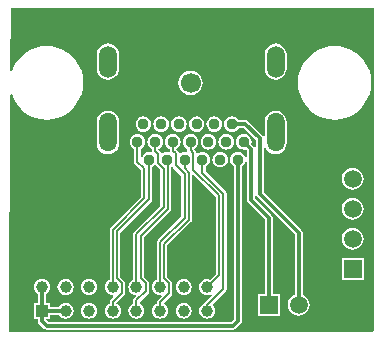
<source format=gtl>
%FSTAX25Y25*%
%MOIN*%
%SFA1B1*%

%IPPOS*%
%ADD10C,0.012000*%
%ADD11C,0.007000*%
%ADD13C,0.066930*%
%ADD14C,0.037400*%
%ADD15O,0.059060X0.106300*%
%ADD16O,0.059060X0.129920*%
%ADD17R,0.059060X0.059060*%
%ADD18C,0.059060*%
%ADD19R,0.039370X0.039370*%
%ADD20C,0.039370*%
%ADD21R,0.059060X0.059060*%
%LNhdmi_breakout_pcb_v02-1*%
%LPD*%
G36*
X0323Y0385153D02*
X0322538Y0384962D01*
X03225Y0385*
X0201854*
X0201502Y0385354*
X0201866Y0464071*
X0202357Y0464168*
X0203075Y0462433*
X020408Y0460793*
X020533Y045933*
X0206793Y045808*
X0208433Y0457075*
X0210211Y0456339*
X0212082Y045589*
X0214Y0455739*
X0215918Y045589*
X0217789Y0456339*
X0219567Y0457075*
X0221207Y045808*
X022267Y045933*
X022392Y0460793*
X0224925Y0462433*
X0225661Y0464211*
X0226111Y0466082*
X0226261Y0468*
X0226111Y0469918*
X0225661Y0471789*
X0224925Y0473567*
X022392Y0475207*
X022267Y047667*
X0221207Y047792*
X0219567Y0478925*
X0217789Y0479661*
X0215918Y0480111*
X0214Y0480261*
X0212082Y0480111*
X0210211Y0479661*
X0208433Y0478925*
X0206793Y047792*
X020533Y047667*
X020408Y0475207*
X0203075Y0473567*
X0202393Y047192*
X0201903Y0472019*
X0202Y0493*
X0323*
Y0385153*
G37*
%LNhdmi_breakout_pcb_v02-2*%
%LPC*%
G36*
X0316Y0429684D02*
X0315046Y0429559D01*
X0314158Y0429191*
X0313395Y0428605*
X0312809Y0427842*
X0312441Y0426954*
X0312316Y0426*
X0312441Y0425046*
X0312809Y0424158*
X0313395Y0423395*
X0314158Y0422809*
X0315046Y0422441*
X0316Y0422316*
X0316954Y0422441*
X0317842Y0422809*
X0318605Y0423395*
X0319191Y0424158*
X0319559Y0425046*
X0319684Y0426*
X0319559Y0426954*
X0319191Y0427842*
X0318605Y0428605*
X0317842Y0429191*
X0316954Y0429559*
X0316Y0429684*
G37*
G36*
Y0419684D02*
X0315046Y0419559D01*
X0314158Y0419191*
X0313395Y0418605*
X0312809Y0417842*
X0312441Y0416954*
X0312316Y0416*
X0312441Y0415046*
X0312809Y0414158*
X0313395Y0413395*
X0314158Y0412809*
X0315046Y0412441*
X0316Y0412316*
X0316954Y0412441*
X0317842Y0412809*
X0318605Y0413395*
X0319191Y0414158*
X0319559Y0415046*
X0319684Y0416*
X0319559Y0416954*
X0319191Y0417842*
X0318605Y0418605*
X0317842Y0419191*
X0316954Y0419559*
X0316Y0419684*
G37*
G36*
Y0439684D02*
X0315046Y0439559D01*
X0314158Y0439191*
X0313395Y0438605*
X0312809Y0437842*
X0312441Y0436954*
X0312316Y0436*
X0312441Y0435046*
X0312809Y0434158*
X0313395Y0433395*
X0314158Y0432809*
X0315046Y0432441*
X0316Y0432316*
X0316954Y0432441*
X0317842Y0432809*
X0318605Y0433395*
X0319191Y0434158*
X0319559Y0435046*
X0319684Y0436*
X0319559Y0436954*
X0319191Y0437842*
X0318605Y0438605*
X0317842Y0439191*
X0316954Y0439559*
X0316Y0439684*
G37*
G36*
X0262Y0450907D02*
X0261329Y0450819D01*
X0260704Y045056*
X0260167Y0450148*
X0259755Y0449611*
X0259496Y0448986*
X0259408Y0448315*
X0259496Y0447644*
X0259755Y0447019*
X0260167Y0446482*
X0260704Y044607*
X0260929Y0445977*
Y04455*
X0260935Y0445474*
X0260767Y044507*
X026063Y0444923*
X0260032Y0445002*
X0259361Y0444913*
X0258735Y0444654*
X025854Y0444504*
X0258072Y044468*
X0258035Y0444864*
X0257803Y0445211*
X0257165Y0445849*
Y0445977*
X025739Y044607*
X0257927Y0446482*
X0258339Y0447019*
X0258598Y0447644*
X0258687Y0448315*
X0258598Y0448986*
X0258339Y0449611*
X0257927Y0450148*
X025739Y045056*
X0256765Y0450819*
X0256094Y0450907*
X0255423Y0450819*
X0254798Y045056*
X0254261Y0450148*
X0253849Y0449611*
X025359Y0448986*
X0253502Y0448315*
X025359Y0447644*
X0253849Y0447019*
X0254261Y0446482*
X0254798Y044607*
X0255024Y0445977*
Y0445406*
X0255047Y044529*
X0254705Y0444925*
X0254126Y0445002*
X0253455Y0444913*
X025283Y0444654*
X0252618Y0444492*
X025215Y0444668*
X025213Y0444769*
X0251898Y0445117*
X025126Y0445754*
Y0445977*
X0251485Y044607*
X0252022Y0446482*
X0252434Y0447019*
X0252693Y0447644*
X0252781Y0448315*
X0252693Y0448986*
X0252434Y0449611*
X0252022Y0450148*
X0251485Y045056*
X025086Y0450819*
X0250189Y0450907*
X0249518Y0450819*
X0248893Y045056*
X0248356Y0450148*
X0247944Y0449611*
X0247685Y0448986*
X0247597Y0448315*
X0247685Y0447644*
X0247944Y0447019*
X0248356Y0446482*
X0248893Y044607*
X0249118Y0445977*
Y0445311*
X0249122Y0445293*
X024878Y0444928*
X024822Y0445002*
X024755Y0444913*
X0246924Y0444654*
X0246387Y0444242*
X0245975Y0443706*
X0245844Y0443389*
X0245354Y0443487*
Y0445977*
X024558Y044607*
X0246116Y0446482*
X0246528Y0447019*
X0246787Y0447644*
X0246876Y0448315*
X0246787Y0448986*
X0246528Y0449611*
X0246116Y0450148*
X024558Y045056*
X0244954Y0450819*
X0244283Y0450907*
X0243613Y0450819*
X0242987Y045056*
X024245Y0450148*
X0242038Y0449611*
X0241779Y0448986*
X0241691Y0448315*
X0241779Y0447644*
X0242038Y0447019*
X024245Y0446482*
X0242987Y044607*
X0243213Y0445977*
Y0441717*
X0243294Y0441307*
X0243526Y044096*
X0245429Y0439057*
Y0429944*
X0235306Y041982*
X0235074Y0419473*
X0234992Y0419063*
Y0402382*
X0234717Y0402268*
X023416Y040184*
X0233732Y0401283*
X0233463Y0400634*
X0233371Y0399937*
X0233463Y039924*
X0233732Y0398591*
X023416Y0398034*
X0234717Y0397606*
X0235366Y0397337*
X0236063Y0397246*
X0236141Y0396655*
X0235306Y039582*
X0235074Y0395473*
X0234992Y0395063*
Y0394508*
X0234717Y0394394*
X023416Y0393966*
X0233732Y0393409*
X0233463Y039276*
X0233371Y0392063*
X0233463Y0391366*
X0233732Y0390717*
X023416Y039016*
X0234717Y0389732*
X0235366Y0389463*
X0236063Y0389371*
X023676Y0389463*
X0237409Y0389732*
X0237966Y039016*
X0238394Y0390717*
X0238663Y0391366*
X0238755Y0392063*
X0238663Y039276*
X0238394Y0393409*
X0237966Y0393966*
X0237409Y0394394*
X0237134Y0394508*
Y0394619*
X0239839Y0397324*
X0240071Y0397672*
X0240152Y0398081*
Y0398082*
Y0401187*
X0240071Y0401597*
X0239839Y0401944*
X0238534Y0403249*
Y041804*
X0248977Y0428483*
X0249209Y0428831*
X0249291Y0429241*
Y0440071*
X0249517Y0440164*
X0250053Y0440576*
X0250383Y0440508*
X0251929Y0438962*
Y0426943*
X024318Y0418194*
X0242948Y0417847*
X0242866Y0417437*
Y0402382*
X0242591Y0402268*
X0242034Y040184*
X0241606Y0401283*
X0241337Y0400634*
X0241246Y0399937*
X0241337Y039924*
X0241606Y0398591*
X0242034Y0398034*
X0242591Y0397606*
X024324Y0397337*
X0243637Y0397285*
X0243797Y0396812*
X024318Y0396194*
X0242948Y0395847*
X0242866Y0395437*
Y0394508*
X0242591Y0394394*
X0242034Y0393966*
X0241606Y0393409*
X0241337Y039276*
X0241246Y0392063*
X0241337Y0391366*
X0241606Y0390717*
X0242034Y039016*
X0242591Y0389732*
X024324Y0389463*
X0243937Y0389371*
X0244634Y0389463*
X0245283Y0389732*
X024584Y039016*
X0246268Y0390717*
X0246537Y0391366*
X0246628Y0392063*
X0246537Y039276*
X0246268Y0393409*
X024584Y0393966*
X0245283Y0394394*
X0245008Y0394508*
Y0394994*
X0247757Y0397743*
X0247989Y039809*
X0248071Y03985*
Y0401143*
X0247989Y0401552*
X0247757Y04019*
X0246408Y0403249*
Y0416414*
X0255157Y0425163*
X0255389Y042551*
X0255471Y042592*
Y0439884*
X0255882Y0440168*
X0256045Y0440107*
X0256057Y0440044*
X0256289Y0439697*
X0258929Y0437057*
Y0423443*
X0251054Y0415568*
X0250822Y0415221*
X025074Y0414811*
Y0402382*
X0250465Y0402268*
X0249908Y040184*
X024948Y0401283*
X0249211Y0400634*
X0249119Y0399937*
X0249211Y039924*
X024948Y0398591*
X0249908Y0398034*
X0250465Y0397606*
X0251114Y0397337*
X0251811Y0397246*
X02521Y0397284*
X0252321Y0396835*
X0251054Y0395568*
X0250822Y0395221*
X025074Y0394811*
Y0394508*
X0250465Y0394394*
X0249908Y0393966*
X024948Y0393409*
X0249211Y039276*
X0249119Y0392063*
X0249211Y0391366*
X024948Y0390717*
X0249908Y039016*
X0250465Y0389732*
X0251114Y0389463*
X0251811Y0389371*
X0252508Y0389463*
X0253157Y0389732*
X0253714Y039016*
X0254142Y0390717*
X0254411Y0391366*
X0254503Y0392063*
X0254411Y039276*
X0254142Y0393409*
X0253714Y0393966*
X0253157Y0394394*
X0253116Y0394601*
X0255587Y0397073*
X0255819Y039742*
X02559Y039783*
Y0401187*
X0255819Y0401597*
X0255587Y0401944*
X0254282Y0403249*
Y0413788*
X0262157Y0421663*
X0262389Y042201*
X0262471Y042242*
Y0437362*
X0262932Y0437554*
X0270429Y0430056*
Y0404321*
X0268531Y0402423*
X0268256Y0402537*
X0267559Y0402629*
X0266862Y0402537*
X0266213Y0402268*
X0265656Y040184*
X0265228Y0401283*
X0264959Y0400634*
X0264867Y0399937*
X0264959Y039924*
X0265228Y0398591*
X0265656Y0398034*
X0266213Y0397606*
X0266862Y0397337*
X0267559Y0397246*
X0268256Y0397337*
X0268894Y0397602*
X0269172Y0397186*
X0266802Y0394816*
X0266637Y039457*
X0266213Y0394394*
X0265656Y0393966*
X0265228Y0393409*
X0264959Y039276*
X0264867Y0392063*
X0264959Y0391366*
X0265228Y0390717*
X0265656Y039016*
X0266213Y0389732*
X0266862Y0389463*
X0267559Y0389371*
X0268256Y0389463*
X0268905Y0389732*
X0269462Y039016*
X026989Y0390717*
X0270159Y0391366*
X0270251Y0392063*
X0270159Y039276*
X026989Y0393409*
X0269462Y0393966*
X0269432Y0394419*
X0273657Y0398643*
X0273889Y039899*
X0273971Y03994*
Y043108*
X0273889Y043149*
X0273657Y0431837*
X0267008Y0438486*
Y0440071*
X0267233Y0440164*
X026777Y0440576*
X0268182Y0441113*
X0268441Y0441739*
X0268529Y0442409*
X0268441Y044308*
X0268182Y0443706*
X026777Y0444242*
X0267233Y0444654*
X0266608Y0444913*
X0265937Y0445002*
X0265266Y0444913*
X0264641Y0444654*
X0264503Y0444548*
X0264377*
X0263994Y0444693*
X0263941Y0444958*
X0263709Y0445305*
X0263071Y0445943*
Y0445977*
X0263296Y044607*
X0263833Y0446482*
X0264245Y0447019*
X0264504Y0447644*
X0264592Y0448315*
X0264504Y0448986*
X0264245Y0449611*
X0263833Y0450148*
X0263296Y045056*
X0262671Y0450819*
X0262Y0450907*
G37*
G36*
X0234441Y0458692D02*
X0233487Y0458567D01*
X0232599Y0458199*
X0231836Y0457613*
X023125Y045685*
X0230882Y0455962*
X0230757Y0455008*
Y0447921*
X0230882Y0446968*
X023125Y0446079*
X0231836Y0445316*
X0232599Y0444731*
X0233487Y0444363*
X0234441Y0444237*
X0235395Y0444363*
X0236283Y0444731*
X0237046Y0445316*
X0237632Y0446079*
X0238Y0446968*
X0238125Y0447921*
Y0455008*
X0238Y0455962*
X0237632Y045685*
X0237046Y0457613*
X0236283Y0458199*
X0235395Y0458567*
X0234441Y0458692*
G37*
G36*
X0271843Y0445002D02*
X0271172Y0444913D01*
X0270547Y0444654*
X027001Y0444242*
X0269598Y0443706*
X0269339Y044308*
X026925Y0442409*
X0269339Y0441739*
X0269598Y0441113*
X027001Y0440576*
X0270547Y0440164*
X0271172Y0439906*
X0271843Y0439817*
X0272514Y0439906*
X0273139Y0440164*
X0273676Y0440576*
X0274088Y0441113*
X0274346Y0441739*
X0274435Y0442409*
X0274346Y044308*
X0274088Y0443706*
X0273676Y0444242*
X0273139Y0444654*
X0272514Y0444913*
X0271843Y0445002*
G37*
G36*
X0220315Y0402629D02*
X0219618Y0402537D01*
X0218969Y0402268*
X0218412Y040184*
X0217984Y0401283*
X0217715Y0400634*
X0217623Y0399937*
X0217715Y039924*
X0217984Y0398591*
X0218412Y0398034*
X0218969Y0397606*
X0219618Y0397337*
X0220315Y0397246*
X0221012Y0397337*
X0221661Y0397606*
X0222218Y0398034*
X0222646Y0398591*
X0222915Y039924*
X0223007Y0399937*
X0222915Y0400634*
X0222646Y0401283*
X0222218Y040184*
X0221661Y0402268*
X0221012Y0402537*
X0220315Y0402629*
G37*
G36*
X0259685Y0394755D02*
X0258988Y0394663D01*
X0258339Y0394394*
X0257782Y0393966*
X0257354Y0393409*
X0257085Y039276*
X0256994Y0392063*
X0257085Y0391366*
X0257354Y0390717*
X0257782Y039016*
X0258339Y0389732*
X0258988Y0389463*
X0259685Y0389371*
X0260382Y0389463*
X0261031Y0389732*
X0261588Y039016*
X0262016Y0390717*
X0262285Y0391366*
X0262376Y0392063*
X0262285Y039276*
X0262016Y0393409*
X0261588Y0393966*
X0261031Y0394394*
X0260382Y0394663*
X0259685Y0394755*
G37*
G36*
X0228189D02*
X0227492Y0394663D01*
X0226843Y0394394*
X0226286Y0393966*
X0225858Y0393409*
X0225589Y039276*
X0225498Y0392063*
X0225589Y0391366*
X0225858Y0390717*
X0226286Y039016*
X0226843Y0389732*
X0227492Y0389463*
X0228189Y0389371*
X0228886Y0389463*
X0229535Y0389732*
X0230092Y039016*
X023052Y0390717*
X0230789Y0391366*
X023088Y0392063*
X0230789Y039276*
X023052Y0393409*
X0230092Y0393966*
X0229535Y0394394*
X0228886Y0394663*
X0228189Y0394755*
G37*
G36*
X0319653Y0409653D02*
X0312347D01*
Y0402347*
X0319653*
Y0409653*
G37*
G36*
X0259685Y0402629D02*
X0258988Y0402537D01*
X0258339Y0402268*
X0257782Y040184*
X0257354Y0401283*
X0257085Y0400634*
X0256994Y0399937*
X0257085Y039924*
X0257354Y0398591*
X0257782Y0398034*
X0258339Y0397606*
X0258988Y0397337*
X0259685Y0397246*
X0260382Y0397337*
X0261031Y0397606*
X0261588Y0398034*
X0262016Y0398591*
X0262285Y039924*
X0262376Y0399937*
X0262285Y0400634*
X0262016Y0401283*
X0261588Y040184*
X0261031Y0402268*
X0260382Y0402537*
X0259685Y0402629*
G37*
G36*
X0228189D02*
X0227492Y0402537D01*
X0226843Y0402268*
X0226286Y040184*
X0225858Y0401283*
X0225589Y0400634*
X0225498Y0399937*
X0225589Y039924*
X0225858Y0398591*
X0226286Y0398034*
X0226843Y0397606*
X0227492Y0397337*
X0228189Y0397246*
X0228886Y0397337*
X0229535Y0397606*
X0230092Y0398034*
X023052Y0398591*
X0230789Y039924*
X023088Y0399937*
X0230789Y0400634*
X023052Y0401283*
X0230092Y040184*
X0229535Y0402268*
X0228886Y0402537*
X0228189Y0402629*
G37*
G36*
X031Y0480261D02*
X0308082Y0480111D01*
X0306211Y0479661*
X0304433Y0478925*
X0302793Y047792*
X030133Y047667*
X030008Y0475207*
X0299075Y0473567*
X0298339Y0471789*
X0297889Y0469918*
X0297739Y0468*
X0297889Y0466082*
X0298339Y0464211*
X0299075Y0462433*
X030008Y0460793*
X030133Y045933*
X0302793Y045808*
X0304433Y0457075*
X0306211Y0456339*
X0308082Y045589*
X031Y0455739*
X0311918Y045589*
X0313789Y0456339*
X0315567Y0457075*
X0317207Y045808*
X031867Y045933*
X031992Y0460793*
X0320925Y0462433*
X0321661Y0464211*
X0322111Y0466082*
X0322261Y0468*
X0322111Y0469918*
X0321661Y0471789*
X0320925Y0473567*
X031992Y0475207*
X031867Y047667*
X0317207Y047792*
X0315567Y0478925*
X0313789Y0479661*
X0311918Y0480111*
X031Y0480261*
G37*
G36*
X0269874Y0456813D02*
X0269203Y0456724D01*
X0268578Y0456465*
X0268041Y0456053*
X0267629Y0455516*
X026737Y0454891*
X0267282Y045422*
X026737Y0453549*
X0267629Y0452924*
X0268041Y0452387*
X0268578Y0451975*
X0269203Y0451717*
X0269874Y0451628*
X0270545Y0451717*
X027117Y0451975*
X0271707Y0452387*
X0272119Y0452924*
X0272378Y0453549*
X0272466Y045422*
X0272378Y0454891*
X0272119Y0455516*
X0271707Y0456053*
X027117Y0456465*
X0270545Y0456724*
X0269874Y0456813*
G37*
G36*
X0263969D02*
X0263298Y0456724D01*
X0262672Y0456465*
X0262136Y0456053*
X0261724Y0455516*
X0261465Y0454891*
X0261376Y045422*
X0261465Y0453549*
X0261724Y0452924*
X0262136Y0452387*
X0262672Y0451975*
X0263298Y0451717*
X0263969Y0451628*
X0264639Y0451717*
X0265265Y0451975*
X0265802Y0452387*
X0266214Y0452924*
X0266473Y0453549*
X0266561Y045422*
X0266473Y0454891*
X0266214Y0455516*
X0265802Y0456053*
X0265265Y0456465*
X0264639Y0456724*
X0263969Y0456813*
G37*
G36*
X0290346Y0481133D02*
X0289393Y0481007D01*
X0288504Y048064*
X0287741Y0480054*
X0287156Y0479291*
X0286788Y0478402*
X0286662Y0477449*
Y0472724*
X0286788Y0471771*
X0287156Y0470882*
X0287741Y0470119*
X0288504Y0469534*
X0289393Y0469166*
X0290346Y046904*
X02913Y0469166*
X0292189Y0469534*
X0292952Y0470119*
X0293537Y0470882*
X0293905Y0471771*
X0294031Y0472724*
Y0477449*
X0293905Y0478402*
X0293537Y0479291*
X0292952Y0480054*
X0292189Y048064*
X02913Y0481007*
X0290346Y0481133*
G37*
G36*
X0234441D02*
X0233487Y0481007D01*
X0232599Y048064*
X0231836Y0480054*
X023125Y0479291*
X0230882Y0478402*
X0230757Y0477449*
Y0472724*
X0230882Y0471771*
X023125Y0470882*
X0231836Y0470119*
X0232599Y0469534*
X0233487Y0469166*
X0234441Y046904*
X0235395Y0469166*
X0236283Y0469534*
X0237046Y0470119*
X0237632Y0470882*
X0238Y0471771*
X0238125Y0472724*
Y0477449*
X0238Y0478402*
X0237632Y0479291*
X0237046Y0480054*
X0236283Y048064*
X0235395Y0481007*
X0234441Y0481133*
G37*
G36*
X0262Y0472081D02*
X0260944Y0471942D01*
X0259959Y0471535*
X0259114Y0470886*
X0258465Y0470041*
X0258058Y0469056*
X0257919Y0468*
X0258058Y0466944*
X0258465Y0465959*
X0259114Y0465114*
X0259959Y0464465*
X0260944Y0464058*
X0262Y0463919*
X0263056Y0464058*
X0264041Y0464465*
X0264886Y0465114*
X0265535Y0465959*
X0265942Y0466944*
X0266081Y0468*
X0265942Y0469056*
X0265535Y0470041*
X0264886Y0470886*
X0264041Y0471535*
X0263056Y0471942*
X0262Y0472081*
G37*
G36*
X0290346Y0458692D02*
X0289393Y0458567D01*
X0288504Y0458199*
X0287741Y0457613*
X0287156Y045685*
X0286788Y0455962*
X0286662Y0455008*
Y0450214*
X0286184Y0450069*
X0285937Y0450437*
X0281217Y0455158*
X0280787Y0455445*
X028028Y0455546*
X0278002*
X0277613Y0456053*
X0277076Y0456465*
X027645Y0456724*
X027578Y0456813*
X0275109Y0456724*
X0274483Y0456465*
X0273947Y0456053*
X0273535Y0455516*
X0273276Y0454891*
X0273187Y045422*
X0273276Y0453549*
X0273535Y0452924*
X0273947Y0452387*
X0274483Y0451975*
X0275109Y0451717*
X027578Y0451628*
X027645Y0451717*
X0277076Y0451975*
X0277613Y0452387*
X0278002Y0452895*
X0279731*
X0283675Y0448951*
Y0446727*
X0283196Y0446582*
X0282937Y0446969*
X0282225Y0447681*
X0282309Y0448315*
X0282221Y0448986*
X0281962Y0449611*
X028155Y0450148*
X0281013Y045056*
X0280387Y0450819*
X0279717Y0450907*
X0279046Y0450819*
X027842Y045056*
X0277884Y0450148*
X0277472Y0449611*
X0277213Y0448986*
X0277124Y0448315*
X0277213Y0447644*
X0277472Y0447019*
X0277884Y0446482*
X027842Y044607*
X0279046Y0445811*
X0279717Y0445723*
X0280299Y0445799*
X0280675Y044547*
Y0443342*
X0280184Y0443244*
X0279993Y0443706*
X0279581Y0444242*
X0279044Y0444654*
X0278419Y0444913*
X0277748Y0445002*
X0277077Y0444913*
X0276452Y0444654*
X0275915Y0444242*
X0275503Y0443706*
X0275244Y044308*
X0275156Y0442409*
X0275244Y0441739*
X0275503Y0441113*
X0275915Y0440576*
X0276423Y0440187*
Y0389297*
X0275451Y0388326*
X0214549*
X0213767Y0389108*
Y0389394*
X0215109*
Y0390738*
X0217976*
X0217984Y0390717*
X0218412Y039016*
X0218969Y0389732*
X0219618Y0389463*
X0220315Y0389371*
X0221012Y0389463*
X0221661Y0389732*
X0222218Y039016*
X0222646Y0390717*
X0222915Y0391366*
X0223007Y0392063*
X0222915Y039276*
X0222646Y0393409*
X0222218Y0393966*
X0221661Y0394394*
X0221012Y0394663*
X0220315Y0394755*
X0219618Y0394663*
X0218969Y0394394*
X0218412Y0393966*
X0217984Y0393409*
X0217976Y0393389*
X0215109*
Y0394731*
X0213767*
Y0397598*
X0213787Y0397606*
X0214344Y0398034*
X0214772Y0398591*
X0215041Y039924*
X0215132Y0399937*
X0215041Y0400634*
X0214772Y0401283*
X0214344Y040184*
X0213787Y0402268*
X0213138Y0402537*
X0212441Y0402629*
X0211744Y0402537*
X0211095Y0402268*
X0210538Y040184*
X021011Y0401283*
X0209841Y0400634*
X020975Y0399937*
X0209841Y039924*
X021011Y0398591*
X0210538Y0398034*
X0211095Y0397606*
X0211116Y0397598*
Y0394731*
X0209772*
Y0389394*
X0211116*
Y0388559*
X0211216Y0388052*
X0211504Y0387622*
X0213063Y0386063*
X0213493Y0385775*
X0214Y0385675*
X0276*
X0276507Y0385775*
X0276937Y0386063*
X0278685Y0387811*
X0278973Y0388241*
X0279074Y0388748*
Y0440187*
X0279581Y0440576*
X0279993Y0441113*
X0280184Y0441575*
X0280675Y0441477*
Y0429*
X0280775Y0428493*
X0281063Y0428063*
X0286674Y0422451*
Y0397653*
X0284347*
Y0390347*
X0291653*
Y0397653*
X0289325*
Y0423*
X0289225Y0423507*
X0288937Y0423937*
X0283326Y0429549*
Y0430305*
X0283804Y043045*
X0284063Y0430063*
X0296674Y0417451*
Y0397405*
X0296158Y0397191*
X0295395Y0396605*
X0294809Y0395842*
X0294441Y0394954*
X0294316Y0394*
X0294441Y0393046*
X0294809Y0392158*
X0295395Y0391395*
X0296158Y0390809*
X0297046Y0390441*
X0298Y0390316*
X0298954Y0390441*
X0299842Y0390809*
X0300605Y0391395*
X0301191Y0392158*
X0301559Y0393046*
X0301684Y0394*
X0301559Y0394954*
X0301191Y0395842*
X0300605Y0396605*
X0299842Y0397191*
X0299325Y0397405*
Y0418*
X0299225Y0418507*
X0298937Y0418937*
X0286326Y0431549*
Y0446802*
X0286816Y04469*
X0287156Y0446079*
X0287741Y0445316*
X0288504Y0444731*
X0289393Y0444363*
X0290346Y0444237*
X02913Y0444363*
X0292189Y0444731*
X0292952Y0445316*
X0293537Y0446079*
X0293905Y0446968*
X0294031Y0447921*
Y0455008*
X0293905Y0455962*
X0293537Y045685*
X0292952Y0457613*
X0292189Y0458199*
X02913Y0458567*
X0290346Y0458692*
G37*
G36*
X0273811Y0450907D02*
X027314Y0450819D01*
X0272515Y045056*
X0271978Y0450148*
X0271566Y0449611*
X0271307Y0448986*
X0271219Y0448315*
X0271307Y0447644*
X0271566Y0447019*
X0271978Y0446482*
X0272515Y044607*
X027314Y0445811*
X0273811Y0445723*
X0274482Y0445811*
X0275107Y044607*
X0275644Y0446482*
X0276056Y0447019*
X0276315Y0447644*
X0276403Y0448315*
X0276315Y0448986*
X0276056Y0449611*
X0275644Y0450148*
X0275107Y045056*
X0274482Y0450819*
X0273811Y0450907*
G37*
G36*
X0267906D02*
X0267235Y0450819D01*
X026661Y045056*
X0266073Y0450148*
X0265661Y0449611*
X0265402Y0448986*
X0265313Y0448315*
X0265402Y0447644*
X0265661Y0447019*
X0266073Y0446482*
X026661Y044607*
X0267235Y0445811*
X0267906Y0445723*
X0268577Y0445811*
X0269202Y044607*
X0269739Y0446482*
X0270151Y0447019*
X0270409Y0447644*
X0270498Y0448315*
X0270409Y0448986*
X0270151Y0449611*
X0269739Y0450148*
X0269202Y045056*
X0268577Y0450819*
X0267906Y0450907*
G37*
G36*
X0258063Y0456813D02*
X0257392Y0456724D01*
X0256767Y0456465*
X025623Y0456053*
X0255818Y0455516*
X0255559Y0454891*
X0255471Y045422*
X0255559Y0453549*
X0255818Y0452924*
X025623Y0452387*
X0256767Y0451975*
X0257392Y0451717*
X0258063Y0451628*
X0258734Y0451717*
X0259359Y0451975*
X0259896Y0452387*
X0260308Y0452924*
X0260567Y0453549*
X0260655Y045422*
X0260567Y0454891*
X0260308Y0455516*
X0259896Y0456053*
X0259359Y0456465*
X0258734Y0456724*
X0258063Y0456813*
G37*
G36*
X0252157D02*
X0251486Y0456724D01*
X0250861Y0456465*
X0250324Y0456053*
X0249912Y0455516*
X0249654Y0454891*
X0249565Y045422*
X0249654Y0453549*
X0249912Y0452924*
X0250324Y0452387*
X0250861Y0451975*
X0251486Y0451717*
X0252157Y0451628*
X0252828Y0451717*
X0253453Y0451975*
X025399Y0452387*
X0254402Y0452924*
X0254661Y0453549*
X025475Y045422*
X0254661Y0454891*
X0254402Y0455516*
X025399Y0456053*
X0253453Y0456465*
X0252828Y0456724*
X0252157Y0456813*
G37*
G36*
X0246252D02*
X0245581Y0456724D01*
X0244956Y0456465*
X0244419Y0456053*
X0244007Y0455516*
X0243748Y0454891*
X024366Y045422*
X0243748Y0453549*
X0244007Y0452924*
X0244419Y0452387*
X0244956Y0451975*
X0245581Y0451717*
X0246252Y0451628*
X0246923Y0451717*
X0247548Y0451975*
X0248085Y0452387*
X0248497Y0452924*
X0248756Y0453549*
X0248844Y045422*
X0248756Y0454891*
X0248497Y0455516*
X0248085Y0456053*
X0247548Y0456465*
X0246923Y0456724*
X0246252Y0456813*
G37*
%LNhdmi_breakout_pcb_v02-3*%
%LPD*%
G54D10*
X028028Y045422D02*
X0285Y04495D01*
Y0431D02*
Y04495D01*
Y0431D02*
X0298Y0418D01*
X0212441Y0388559D02*
Y0392063D01*
Y0388559D02*
X0214Y0387D01*
X0276*
X0277748Y0388748*
X027578Y045422D02*
X028028D01*
X0298Y0394D02*
Y0418D01*
X0279717Y0448315D02*
X0282Y0446032D01*
Y0429D02*
Y0446032D01*
Y0429D02*
X0288Y0423D01*
Y0394D02*
Y0423D01*
X0277748Y0388748D02*
Y0442409D01*
X0212441Y0392063D02*
X0220315D01*
X0212441D02*
Y0399937D01*
G54D11*
X02729Y03994D02*
Y043108D01*
X0267559Y0394059D02*
X02729Y03994D01*
X0267559Y0392063D02*
Y0394059D01*
X0237463Y0402806D02*
X0239082Y0401187D01*
X0236063Y0395063D02*
X0239082Y0398081D01*
Y0401187*
X0245337Y0402806D02*
X0247Y0401143D01*
Y03985D02*
Y0401143D01*
X0243937Y0395437D02*
X0247Y03985D01*
X0236063Y0392063D02*
Y0395063D01*
X0243937Y0392063D02*
Y0395437D01*
X025483Y039783D02*
Y0401187D01*
X0251811Y0394811D02*
X025483Y039783D01*
X0251811Y0392063D02*
Y0394811D01*
X0265937Y0438043D02*
X02729Y043108D01*
X0265937Y0438043D02*
Y0442409D01*
X02715Y0403878D02*
Y04305D01*
X0262952Y0439048D02*
X02715Y04305D01*
X0262952Y0439048D02*
Y0444548D01*
X02614Y042242D02*
Y043808D01*
X0260032Y0439448D02*
Y0442409D01*
Y0439448D02*
X02614Y043808D01*
X026Y0423D02*
Y04375D01*
X0257046Y0440454D02*
X026Y04375D01*
X0257046Y0440454D02*
Y0444454D01*
X02465Y04295D02*
Y04395D01*
X0244283Y0441717D02*
X02465Y04395D01*
X0244283Y0441717D02*
Y0448315D01*
X0236063Y0419063D02*
X02465Y04295D01*
X025114Y0441265D02*
Y0444359D01*
X0250189Y0445311D02*
X025114Y0444359D01*
X0250189Y0445311D02*
Y0448315D01*
X025114Y0441265D02*
X0253Y0439406D01*
X0256094Y0445406D02*
X0257046Y0444454D01*
X0256094Y0445406D02*
Y0448315D01*
X0262Y04455D02*
X0262952Y0444548D01*
X0262Y04455D02*
Y0448315D01*
X024822Y0429241D02*
Y0442409D01*
X0237463Y0418483D02*
X024822Y0429241D01*
X0237463Y0402806D02*
Y0418483D01*
X0236063Y0399937D02*
Y0419063D01*
X0245337Y0416857D02*
X02544Y042592D01*
X0253Y04265D02*
Y0439406D01*
X02544Y042592D02*
Y0442135D01*
X0254126Y0442409D02*
X02544Y0442135D01*
X0245337Y0402806D02*
Y0416857D01*
X0243937Y0417437D02*
X0253Y04265D01*
X0243937Y0399937D02*
Y0417437D01*
X0253211Y0414231D02*
X02614Y042242D01*
X0253211Y0402806D02*
Y0414231D01*
Y0402806D02*
X025483Y0401187D01*
X0251811Y0414811D02*
X026Y0423D01*
X0251811Y0399937D02*
Y0414811D01*
X0267559Y0399937D02*
X02715Y0403878D01*
G54D13*
X0262Y0468D03*
G54D14*
X0262Y0448315D03*
X0267906D03*
X0273811D03*
X0279717D03*
X0256094D03*
X0250189D03*
X0244283D03*
X0246252Y045422D03*
X0252157D03*
X0258063D03*
X0263969D03*
X0269874D03*
X027578D03*
X024822Y0442409D03*
X0254126D03*
X0260032D03*
X0265937D03*
X0271843D03*
X0277748D03*
G54D15*
X0290346Y0475087D03*
X0234441D03*
G54D16*
X0290346Y0451465D03*
X0234441D03*
G54D17*
X0316Y0406D03*
G54D18*
X0316Y0416D03*
Y0426D03*
Y0436D03*
X0298Y0394D03*
G54D19*
X0212441Y0392063D03*
G54D20*
X0220315Y0392063D03*
X0228189D03*
X0236063D03*
X0243937D03*
X0251811D03*
X0259685D03*
X0267559D03*
X0212441Y0399937D03*
X0220315D03*
X0228189D03*
X0236063D03*
X0243937D03*
X0251811D03*
X0259685D03*
X0267559D03*
G54D21*
X0288Y0394D03*
M02*
</source>
